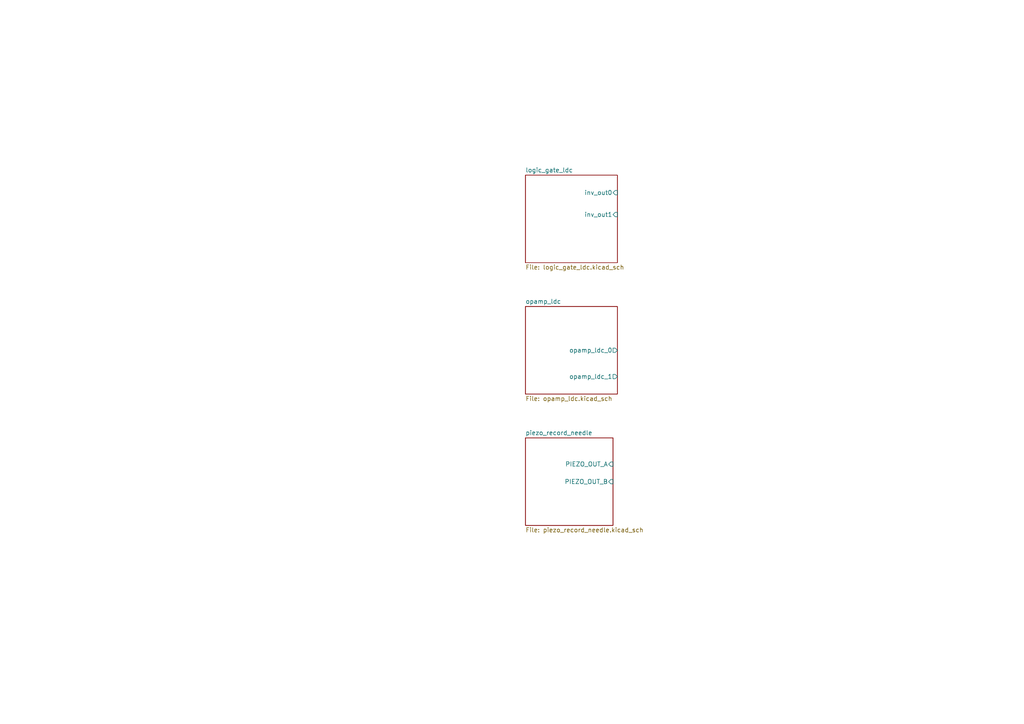
<source format=kicad_sch>
(kicad_sch
	(version 20250114)
	(generator "eeschema")
	(generator_version "9.0")
	(uuid "4fbbe9bb-f901-44a1-a627-e17dcf1dfd68")
	(paper "A4")
	(lib_symbols)
	(sheet
		(at 152.4 50.8)
		(size 26.67 25.4)
		(exclude_from_sim no)
		(in_bom yes)
		(on_board yes)
		(dnp no)
		(fields_autoplaced yes)
		(stroke
			(width 0.1524)
			(type solid)
		)
		(fill
			(color 0 0 0 0.0000)
		)
		(uuid "31f9f531-2fe3-47c4-aff8-b530defc089c")
		(property "Sheetname" "logic_gate_ldc"
			(at 152.4 50.0884 0)
			(effects
				(font
					(size 1.27 1.27)
				)
				(justify left bottom)
			)
		)
		(property "Sheetfile" "logic_gate_ldc.kicad_sch"
			(at 152.4 76.7846 0)
			(effects
				(font
					(size 1.27 1.27)
				)
				(justify left top)
			)
		)
		(pin "inv_out0" input
			(at 179.07 55.88 0)
			(uuid "97fadacb-cf76-43a9-a5fd-7a05a90238b9")
			(effects
				(font
					(size 1.27 1.27)
				)
				(justify right)
			)
		)
		(pin "inv_out1" input
			(at 179.07 62.23 0)
			(uuid "7c8dc93c-b9db-430e-adae-55d353cb4ecc")
			(effects
				(font
					(size 1.27 1.27)
				)
				(justify right)
			)
		)
		(instances
			(project "diy_ldc_stm32g474"
				(path "/0f817693-300d-49bc-af04-04b0685fa23f/6af3595a-4f1c-4e4f-831c-0aed10119885/7c2259b0-133d-4fdd-9487-10e1fc2fcac5"
					(page "7")
				)
			)
		)
	)
	(sheet
		(at 152.4 127)
		(size 25.4 25.4)
		(exclude_from_sim no)
		(in_bom yes)
		(on_board yes)
		(dnp no)
		(fields_autoplaced yes)
		(stroke
			(width 0.1524)
			(type solid)
		)
		(fill
			(color 0 0 0 0.0000)
		)
		(uuid "7fbc85f1-0509-413b-8a9a-80b3ecf68c06")
		(property "Sheetname" "piezo_record_needle"
			(at 152.4 126.2884 0)
			(effects
				(font
					(size 1.27 1.27)
				)
				(justify left bottom)
			)
		)
		(property "Sheetfile" "piezo_record_needle.kicad_sch"
			(at 152.4 152.9846 0)
			(effects
				(font
					(size 1.27 1.27)
				)
				(justify left top)
			)
		)
		(pin "PIEZO_OUT_A" input
			(at 177.8 134.62 0)
			(uuid "c85e5857-f599-41e4-bc3c-1c87a0db6da7")
			(effects
				(font
					(size 1.27 1.27)
				)
				(justify right)
			)
		)
		(pin "PIEZO_OUT_B" input
			(at 177.8 139.7 0)
			(uuid "f15fdd33-6934-4c76-b463-4e631a70bccc")
			(effects
				(font
					(size 1.27 1.27)
				)
				(justify right)
			)
		)
		(instances
			(project "diy_ldc_stm32g474"
				(path "/0f817693-300d-49bc-af04-04b0685fa23f/6af3595a-4f1c-4e4f-831c-0aed10119885/7c2259b0-133d-4fdd-9487-10e1fc2fcac5"
					(page "6")
				)
			)
		)
	)
	(sheet
		(at 152.4 88.9)
		(size 26.67 25.4)
		(exclude_from_sim no)
		(in_bom yes)
		(on_board yes)
		(dnp no)
		(fields_autoplaced yes)
		(stroke
			(width 0.1524)
			(type solid)
		)
		(fill
			(color 0 0 0 0.0000)
		)
		(uuid "c6accdc9-211d-4b70-8d9e-d64a5adf2429")
		(property "Sheetname" "opamp_ldc"
			(at 152.4 88.1884 0)
			(effects
				(font
					(size 1.27 1.27)
				)
				(justify left bottom)
			)
		)
		(property "Sheetfile" "opamp_ldc.kicad_sch"
			(at 152.4 114.8846 0)
			(effects
				(font
					(size 1.27 1.27)
				)
				(justify left top)
			)
		)
		(pin "opamp_ldc_0" output
			(at 179.07 101.6 0)
			(uuid "c87b30c1-5540-4a63-b2bd-582db879f0af")
			(effects
				(font
					(size 1.27 1.27)
				)
				(justify right)
			)
		)
		(pin "opamp_ldc_1" output
			(at 179.07 109.22 0)
			(uuid "63b66743-21d6-468d-b2ab-bd2dea376eea")
			(effects
				(font
					(size 1.27 1.27)
				)
				(justify right)
			)
		)
		(instances
			(project "diy_ldc_stm32g474"
				(path "/0f817693-300d-49bc-af04-04b0685fa23f/6af3595a-4f1c-4e4f-831c-0aed10119885/7c2259b0-133d-4fdd-9487-10e1fc2fcac5"
					(page "5")
				)
			)
		)
	)
)

</source>
